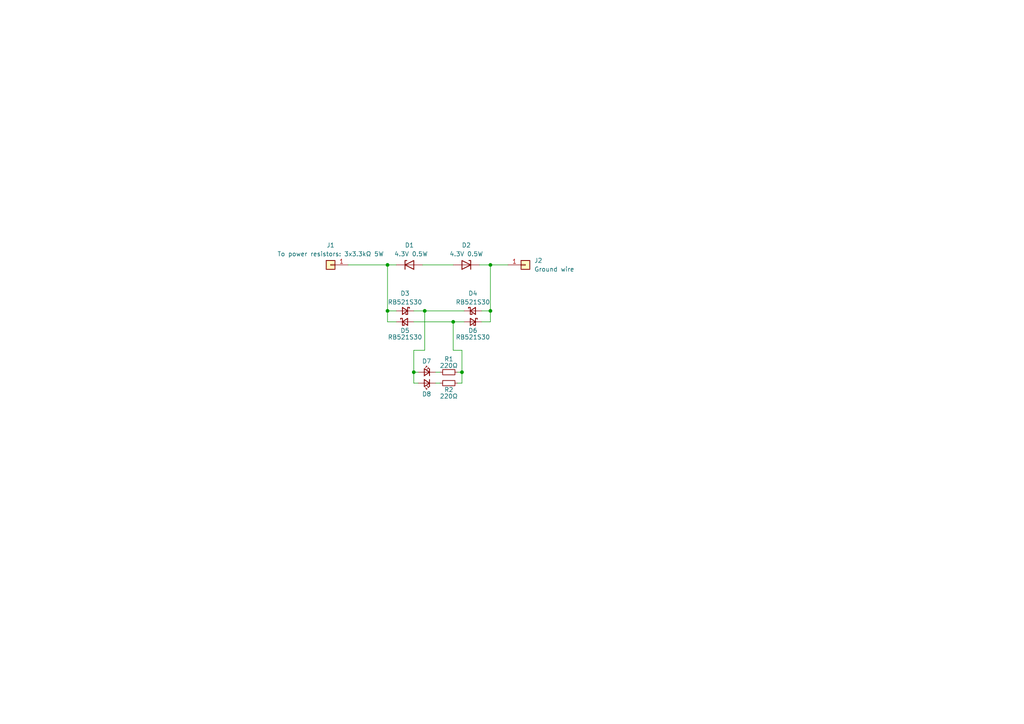
<source format=kicad_sch>
(kicad_sch (version 20230121) (generator eeschema)
  (paper "A4")
  (lib_symbols
    (symbol "Connector_Generic:Conn_01x01" (pin_names (offset 1.016) hide)
      (property "Reference" "J" (at 0 2.54 0))
      (property "Value" "Conn_01x01" (at 0 -2.54 0))
      (symbol "Conn_01x01_1_1"
        (rectangle (start -1.27 0.127) (end 0 -0.127) (stroke (width 0.1524)))
        (rectangle (start -1.27 1.27) (end 1.27 -1.27) (stroke (width 0.254)) (fill (type background)))
        (pin passive line (at -5.08 0 0) (length 3.81) (name "Pin_1") (number "1"))
      )
    )
    (symbol "Device:D_Schottky_Small" (pin_numbers hide) (pin_names (offset 0.254) hide)
      (property "Reference" "D" (at -1.27 2.032 0))
      (property "Value" "D_Schottky_Small" (at -7.112 -2.032 0))
      (symbol "D_Schottky_Small_0_1"
        (polyline (pts (xy -0.762 0) (xy 0.762 0)))
        (polyline (pts (xy 0.762 -1.016) (xy -0.762 0) (xy 0.762 1.016) (xy 0.762 -1.016)) (stroke (width 0.254)))
        (polyline (pts (xy -1.27 0.762) (xy -1.27 1.016) (xy -0.762 1.016) (xy -0.762 -1.016) (xy -0.254 -1.016) (xy -0.254 -0.762)) (stroke (width 0.254)))
      )
      (symbol "D_Schottky_Small_1_1"
        (pin passive line (at -2.54 0 0) (length 1.778) (name "K") (number "1"))
        (pin passive line (at 2.54 0 180) (length 1.778) (name "A") (number "2"))
      )
    )
    (symbol "Device:D_Zener" (pin_numbers hide) (pin_names (offset 1.016) hide)
      (property "Reference" "D" (at 0 2.54 0))
      (property "Value" "D_Zener" (at 0 -2.54 0))
      (symbol "D_Zener_0_1"
        (polyline (pts (xy 1.27 0) (xy -1.27 0)))
        (polyline (pts (xy -1.27 -1.27) (xy -1.27 1.27) (xy -0.762 1.27)) (stroke (width 0.254)))
        (polyline (pts (xy 1.27 -1.27) (xy 1.27 1.27) (xy -1.27 0) (xy 1.27 -1.27)) (stroke (width 0.254)))
      )
      (symbol "D_Zener_1_1"
        (pin passive line (at -3.81 0 0) (length 2.54) (name "K") (number "1"))
        (pin passive line (at 3.81 0 180) (length 2.54) (name "A") (number "2"))
      )
    )
    (symbol "Device:LED_Small" (pin_numbers hide) (pin_names (offset 0.254) hide)
      (property "Reference" "D" (at -1.27 3.175 0))
      (property "Value" "LED_Small" (at -4.445 -2.54 0))
      (symbol "LED_Small_0_1"
        (polyline (pts (xy -0.762 -1.016) (xy -0.762 1.016)) (stroke (width 0.254)))
        (polyline (pts (xy 1.016 0) (xy -0.762 0)))
        (polyline (pts (xy 0.762 -1.016) (xy -0.762 0) (xy 0.762 1.016) (xy 0.762 -1.016)) (stroke (width 0.254)))
        (polyline (pts (xy 0 0.762) (xy -0.508 1.27) (xy -0.254 1.27) (xy -0.508 1.27) (xy -0.508 1.016)))
        (polyline (pts (xy 0.508 1.27) (xy 0 1.778) (xy 0.254 1.778) (xy 0 1.778) (xy 0 1.524)))
      )
      (symbol "LED_Small_1_1"
        (pin passive line (at -2.54 0 0) (length 1.778) (name "K") (number "1"))
        (pin passive line (at 2.54 0 180) (length 1.778) (name "A") (number "2"))
      )
    )
    (symbol "Device:R_Small" (pin_numbers hide) (pin_names (offset 0.254) hide)
      (property "Reference" "R" (at 0.762 0.508 0))
      (property "Value" "R_Small" (at 0.762 -1.016 0))
      (symbol "R_Small_0_1"
        (rectangle (start -0.762 1.778) (end 0.762 -1.778) (stroke (width 0.2032)))
      )
      (symbol "R_Small_1_1"
        (pin passive line (at 0 2.54 270) (length 0.762) (name "~") (number "1"))
        (pin passive line (at 0 -2.54 90) (length 0.762) (name "~") (number "2"))
      )
    )
  )
  (junction (at 133.985 107.95))
  (junction (at 120.015 107.95))
  (junction (at 123.19 90.17))
  (junction (at 142.24 76.835))
  (junction (at 131.445 93.345))
  (junction (at 112.395 90.17))
  (junction (at 142.24 90.17))
  (junction (at 112.395 76.835))
  (wire (pts (xy 112.395 90.17) (xy 114.935 90.17)))
  (wire (pts (xy 131.445 93.345) (xy 131.445 101.6)))
  (wire (pts (xy 120.015 107.95) (xy 121.285 107.95)))
  (wire (pts (xy 142.24 76.835) (xy 142.24 90.17)))
  (wire (pts (xy 114.935 93.345) (xy 112.395 93.345)))
  (wire (pts (xy 133.985 111.125) (xy 133.985 107.95)))
  (wire (pts (xy 120.015 93.345) (xy 131.445 93.345)))
  (wire (pts (xy 147.32 76.835) (xy 142.24 76.835)))
  (wire (pts (xy 100.965 76.835) (xy 112.395 76.835)))
  (wire (pts (xy 139.7 90.17) (xy 142.24 90.17)))
  (wire (pts (xy 112.395 93.345) (xy 112.395 90.17)))
  (wire (pts (xy 123.19 90.17) (xy 123.19 101.6)))
  (wire (pts (xy 126.365 111.125) (xy 127.635 111.125)))
  (wire (pts (xy 122.555 76.835) (xy 131.445 76.835)))
  (wire (pts (xy 120.015 107.95) (xy 120.015 111.125)))
  (wire (pts (xy 120.015 101.6) (xy 120.015 107.95)))
  (wire (pts (xy 133.985 101.6) (xy 131.445 101.6)))
  (wire (pts (xy 131.445 93.345) (xy 134.62 93.345)))
  (wire (pts (xy 121.285 111.125) (xy 120.015 111.125)))
  (wire (pts (xy 132.715 107.95) (xy 133.985 107.95)))
  (wire (pts (xy 132.715 111.125) (xy 133.985 111.125)))
  (wire (pts (xy 114.935 76.835) (xy 112.395 76.835)))
  (wire (pts (xy 139.7 93.345) (xy 142.24 93.345)))
  (wire (pts (xy 133.985 107.95) (xy 133.985 101.6)))
  (wire (pts (xy 126.365 107.95) (xy 127.635 107.95)))
  (wire (pts (xy 120.015 101.6) (xy 123.19 101.6)))
  (wire (pts (xy 142.24 93.345) (xy 142.24 90.17)))
  (wire (pts (xy 112.395 76.835) (xy 112.395 90.17)))
  (wire (pts (xy 120.015 90.17) (xy 123.19 90.17)))
  (wire (pts (xy 123.19 90.17) (xy 134.62 90.17)))
  (wire (pts (xy 139.065 76.835) (xy 142.24 76.835)))
  (symbol (lib_id "Connector_Generic:Conn_01x01") (at 152.4 76.835 0) (unit 1)
    (property "Reference" "J2" (at 154.94 75.565 0) (effects (justify left)))
    (property "Value" "Ground wire" (at 154.94 78.105 0) (effects (justify left)))
    (property "Footprint" "TestPoint:TestPoint_THTPad_3.0x3.0mm_Drill1.5mm" (effects hide))
  )
  (symbol (lib_id "Device:D_Zener") (at 118.745 76.835 0) (unit 1)
    (property "Reference" "D1" (at 118.745 71.12 0))
    (property "Value" " 4.3V 0.5W" (at 118.745 73.66 0))
    (property "Footprint" "Diode_SMD:D_SOD-123" (effects hide))
  )
  (symbol (lib_id "Device:D_Schottky_Small") (at 137.16 93.345 0) (mirror y) (unit 1)
    (property "Reference" "D6" (at 137.16 95.885 0))
    (property "Value" "RB521S30" (at 137.16 97.79 0))
    (property "Footprint" "Diode_SMD:D_SOD-523" (effects hide))
  )
  (symbol (lib_id "Device:D_Schottky_Small") (at 137.16 90.17 0) (unit 1)
    (property "Reference" "D4" (at 137.16 85.09 0))
    (property "Value" "RB521S30" (at 137.16 87.63 0))
    (property "Footprint" "Diode_SMD:D_SOD-523" (effects hide))
  )
  (symbol (lib_id "Device:R_Small") (at 130.175 111.125 90) (mirror x) (unit 1)
    (property "Reference" "R2" (at 130.175 113.03 90))
    (property "Value" "220Ω" (at 130.175 114.935 90))
    (property "Footprint" "Resistor_SMD:R_0805_2012Metric_Pad1.20x1.40mm_HandSolder" (effects hide))
  )
  (symbol (lib_id "Device:R_Small") (at 130.175 107.95 90) (unit 1)
    (property "Reference" "R1" (at 130.175 104.14 90))
    (property "Value" "220Ω" (at 130.175 106.045 90))
    (property "Footprint" "Resistor_SMD:R_0805_2012Metric_Pad1.20x1.40mm_HandSolder" (effects hide))
  )
  (symbol (lib_id "Device:D_Schottky_Small") (at 117.475 90.17 0) (mirror y) (unit 1)
    (property "Reference" "D3" (at 117.475 85.09 0))
    (property "Value" "RB521S30" (at 117.475 87.63 0))
    (property "Footprint" "Diode_SMD:D_SOD-523" (effects hide))
  )
  (symbol (lib_id "Device:D_Schottky_Small") (at 117.475 93.345 0) (unit 1)
    (property "Reference" "D5" (at 117.475 95.885 0))
    (property "Value" "RB521S30" (at 117.475 97.79 0))
    (property "Footprint" "Diode_SMD:D_SOD-523" (effects hide))
  )
  (symbol (lib_id "Device:LED_Small") (at 123.825 107.95 0) (mirror y) (unit 1)
    (property "Reference" "D7" (at 125.095 104.775 0) (effects (justify left)))
    (property "Value" "0805 Blue" (effects hide))
    (property "Footprint" "LED_SMD:LED_0805_2012Metric_Pad1.15x1.40mm_HandSolder" (effects hide))
  )
  (symbol (lib_id "Device:LED_Small") (at 123.825 111.125 180) (unit 1)
    (property "Reference" "D8" (at 125.095 114.3 0) (effects (justify left)))
    (property "Value" "0805 Blue" (effects hide))
    (property "Footprint" "LED_SMD:LED_0805_2012Metric_Pad1.15x1.40mm_HandSolder" (effects hide))
  )
  (symbol (lib_id "Connector_Generic:Conn_01x01") (at 95.885 76.835 180) (unit 1)
    (property "Reference" "J1" (at 95.885 71.12 0))
    (property "Value" "To power resistors: 3x3.3kΩ 5W" (at 95.885 73.66 0))
    (property "Footprint" "TestPoint:TestPoint_THTPad_3.0x3.0mm_Drill1.5mm" (effects hide))
  )
  (symbol (lib_id "Device:D_Zener") (at 135.255 76.835 0) (mirror y) (unit 1)
    (property "Reference" "D2" (at 135.255 71.12 0))
    (property "Value" "4.3V 0.5W" (at 135.255 73.66 0))
    (property "Footprint" "Diode_SMD:D_SOD-123" (effects hide))
  )
)
</source>
